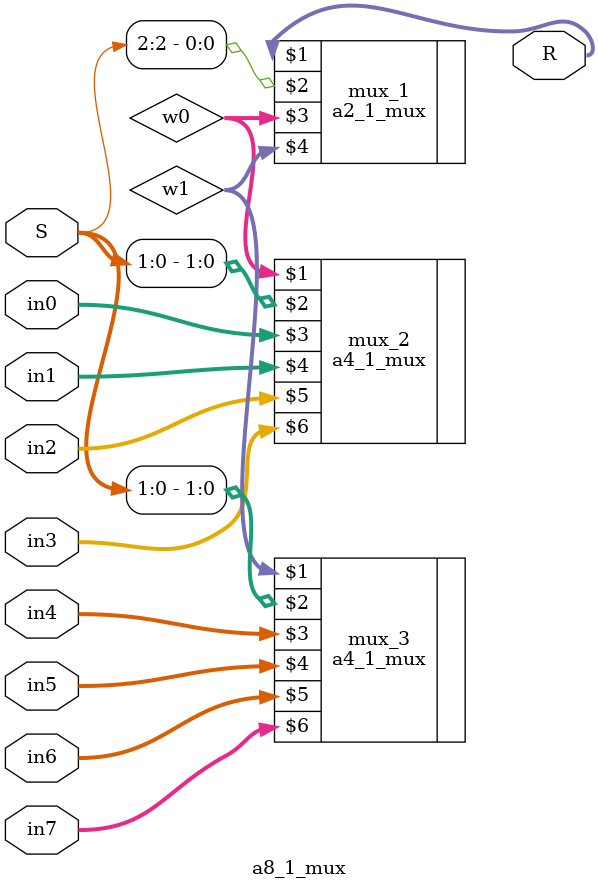
<source format=v>
module a8_1_mux(R, S, in0, in1, in2, in3, in4, in5, in6, in7);
    input [31:0] in0, in1, in2, in3, in4, in5, in6, in7;
    input [2:0] S;
    output [31:0] R;

    wire [31:0] w0, w1;

    a2_1_mux mux_1(R, S[2], w0, w1);
    a4_1_mux mux_2(w0, S[1:0], in0, in1, in2, in3);
    a4_1_mux mux_3(w1, S[1:0], in4, in5, in6, in7);
endmodule
</source>
